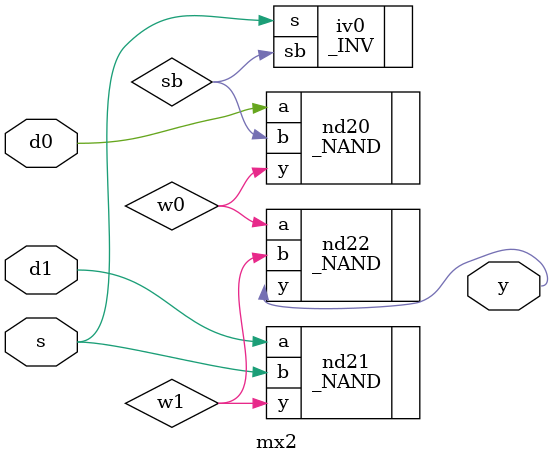
<source format=v>
module mx2(
	input d0, // define input d0 
	input d1, // define input d1
	input s, // define input s
	output y // define output y
);

	wire sb; // sb is iv0 to nd20 
	wire w0; // w0 is nd20 to nd22
	wire w1; // w1 is nd21 to nd22
   
	_INV iv0( // inverse s to sb
		.s(s), // s is inserted in the s position of the _INV module
		.sb(sb) // sb is inserted in the sb position of the _INV module
	);

	_NAND nd20( // Find w0 by NAND operation of d0 and sb
		.a(d0), // d0 is inserted in the a position of the _NAND module
		.b(sb), // sb is inserted in the b position of the _NAND module
		.y(w0) // w0 is inserted in the y position of the _NAND module
	);
	
	_NAND nd21( // Find w1 by NAND operation of d1 and s
		.a(d1), // d1 is inserted in the a position of the _NAND module
		.b(s), // s is inserted in the b position of the _NAND module
		.y(w1) // w1 is inserted in the y position of the _NAND module
	);
	
	_NAND nd22( // Find y by NAND operation of w0 and w1
		.a(w0), // w0 is inserted in the a position of the _NAND module
		.b(w1), // w1 is inserted in the b position of the _NAND module
		.y(y) // y is inserted in the y position of the _NAND module
	);
	
endmodule // end of module
</source>
